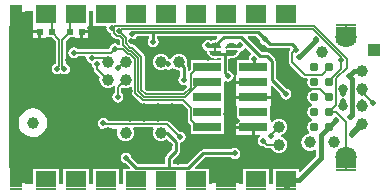
<source format=gbl>
G04 Layer_Physical_Order=2*
G04 Layer_Color=16711680*
%FSLAX24Y24*%
%MOIN*%
G70*
G01*
G75*
%ADD10C,0.0079*%
%ADD11C,0.0080*%
%ADD15C,0.0060*%
%ADD23R,0.0394X0.0394*%
%ADD34C,0.0394*%
%ADD35C,0.0709*%
%ADD36R,0.0236X0.0197*%
%ADD38C,0.0079*%
%ADD39C,0.0098*%
%ADD40C,0.0100*%
%ADD42C,0.0050*%
%ADD44C,0.0150*%
%ADD45C,0.0057*%
%ADD46C,0.0200*%
%ADD47R,0.0560X0.0570*%
%ADD48R,0.0990X0.0552*%
%ADD49R,0.0709X0.0531*%
%ADD50R,0.0440X0.0531*%
%ADD51C,0.0390*%
%ADD52R,0.0440X0.0098*%
%ADD53R,0.0709X0.0098*%
%ADD54R,0.0709X0.0571*%
%ADD55C,0.0197*%
%ADD56C,0.0310*%
%ADD57R,0.0945X0.0299*%
%ADD58C,0.0315*%
%ADD59R,0.0770X0.0570*%
G36*
X9516Y1805D02*
X9555Y1782D01*
X9578Y1761D01*
X9607Y1732D01*
X9624Y1707D01*
X9639Y1660D01*
X9610Y1630D01*
X9271Y1630D01*
X9250Y1642D01*
X9243Y1662D01*
X9255Y1702D01*
X9278Y1738D01*
X9310Y1771D01*
X9364Y1804D01*
X9392Y1814D01*
X9479Y1816D01*
X9516Y1805D01*
D02*
G37*
G36*
X8976Y1815D02*
X9015Y1792D01*
X9038Y1771D01*
X9067Y1742D01*
X9084Y1717D01*
X9099Y1670D01*
X9070Y1640D01*
X8731Y1640D01*
X8710Y1652D01*
X8703Y1672D01*
X8715Y1712D01*
X8738Y1748D01*
X8770Y1781D01*
X8824Y1814D01*
X8852Y1824D01*
X8939Y1826D01*
X8976Y1815D01*
D02*
G37*
G36*
X9090Y1548D02*
X9097Y1528D01*
X9085Y1488D01*
X9062Y1452D01*
X9030Y1419D01*
X8976Y1386D01*
X8948Y1376D01*
X8861Y1374D01*
X8824Y1385D01*
X8785Y1408D01*
X8762Y1429D01*
X8733Y1458D01*
X8716Y1483D01*
X8701Y1530D01*
X8730Y1560D01*
X9069Y1560D01*
X9090Y1548D01*
D02*
G37*
G36*
X9609Y1570D02*
X9630Y1558D01*
X9637Y1538D01*
X9625Y1498D01*
X9602Y1462D01*
X9570Y1429D01*
X9516Y1396D01*
X9488Y1386D01*
X9401Y1384D01*
X9364Y1395D01*
X9325Y1418D01*
X9302Y1439D01*
X9273Y1468D01*
X9256Y1493D01*
X9241Y1540D01*
X9270Y1570D01*
X9609Y1570D01*
D02*
G37*
G36*
X8971Y1991D02*
X8893Y1913D01*
X8826Y1904D01*
X8756Y1876D01*
X8755Y1875D01*
X8720Y1898D01*
X8650Y1912D01*
X8580Y1898D01*
X8521Y1859D01*
X8482Y1800D01*
X8468Y1730D01*
X8482Y1660D01*
X8521Y1601D01*
X8580Y1562D01*
X8623Y1553D01*
X8618Y1530D01*
X8624Y1502D01*
X8622Y1502D01*
X8622Y1499D01*
X8631Y1477D01*
X8639Y1458D01*
X8640Y1456D01*
X8641Y1454D01*
X8651Y1430D01*
X8697Y1370D01*
X8756Y1324D01*
X8826Y1296D01*
X8900Y1286D01*
X8974Y1296D01*
X9026Y1317D01*
X9072D01*
Y1230D01*
X8080D01*
Y914D01*
X8031Y866D01*
X7981Y887D01*
Y1000D01*
X7971Y1051D01*
X7943Y1094D01*
X7941Y1095D01*
X7947Y1109D01*
X7956Y1181D01*
X7947Y1253D01*
X7919Y1321D01*
X7875Y1379D01*
X7817Y1423D01*
X7749Y1451D01*
X7677Y1460D01*
X7605Y1451D01*
X7538Y1423D01*
X7480Y1379D01*
X7435Y1321D01*
X7415Y1271D01*
X7405Y1268D01*
X7346Y1280D01*
X7328Y1321D01*
X7284Y1379D01*
X7226Y1423D01*
X7159Y1451D01*
X7087Y1460D01*
X7014Y1451D01*
X6947Y1423D01*
X6889Y1379D01*
X6845Y1321D01*
X6817Y1253D01*
X6807Y1181D01*
X6817Y1109D01*
X6845Y1041D01*
X6889Y984D01*
X6947Y939D01*
X7014Y911D01*
X7087Y902D01*
X7159Y911D01*
X7226Y939D01*
X7239Y949D01*
X7266Y932D01*
X7335Y918D01*
X7405Y932D01*
X7464Y971D01*
X7515Y957D01*
X7538Y939D01*
X7605Y911D01*
X7677Y902D01*
X7680Y902D01*
X7718Y869D01*
Y709D01*
X7682Y655D01*
X7668Y585D01*
X7682Y516D01*
X7721Y457D01*
X7780Y417D01*
X7850Y404D01*
X7912Y416D01*
X7936Y405D01*
X7962Y387D01*
X7965Y358D01*
X7814Y207D01*
X6619D01*
X6543Y282D01*
Y1359D01*
X6535Y1400D01*
X6512Y1435D01*
X6211Y1736D01*
X6176Y1759D01*
X6135Y1767D01*
X6114D01*
X6034Y1848D01*
Y1918D01*
X6084Y1948D01*
X6135Y1938D01*
X6205Y1952D01*
X6264Y1991D01*
X6295Y2038D01*
X6698D01*
Y1974D01*
X6662Y1920D01*
X6648Y1850D01*
X6662Y1780D01*
X6701Y1721D01*
X6760Y1682D01*
X6830Y1668D01*
X6900Y1682D01*
X6959Y1721D01*
X6998Y1780D01*
X7012Y1850D01*
X6998Y1920D01*
X6962Y1974D01*
Y2038D01*
X8952D01*
X8971Y1991D01*
D02*
G37*
G36*
X4816Y2388D02*
X5242D01*
X5274Y2350D01*
X5268Y2320D01*
X5282Y2250D01*
X5321Y2191D01*
X5380Y2152D01*
X5405Y2147D01*
X5413Y2107D01*
X5436Y2072D01*
X5537Y1971D01*
X5537Y1971D01*
X5572Y1948D01*
X5613Y1940D01*
X5673D01*
X5720Y1893D01*
Y1770D01*
X5699Y1757D01*
X5671Y1751D01*
X5615Y1788D01*
X5545Y1802D01*
X5475Y1788D01*
X5416Y1749D01*
X5377Y1690D01*
X5363Y1620D01*
X5344Y1597D01*
X4323D01*
X4309Y1619D01*
X4250Y1658D01*
X4180Y1672D01*
X4110Y1658D01*
X4051Y1619D01*
X4012Y1560D01*
X3998Y1490D01*
X4012Y1420D01*
X4051Y1361D01*
X4110Y1322D01*
X4180Y1308D01*
X4250Y1322D01*
X4309Y1361D01*
X4323Y1383D01*
X4562D01*
X4603Y1333D01*
X4598Y1307D01*
X4612Y1238D01*
X4651Y1179D01*
X4710Y1139D01*
X4780Y1125D01*
X4782Y1126D01*
X4788Y1120D01*
X4802Y1050D01*
X4841Y991D01*
X4863Y977D01*
Y936D01*
X4871Y895D01*
X4894Y860D01*
X5059Y695D01*
X5045Y663D01*
X5036Y591D01*
X5045Y518D01*
X5073Y451D01*
X5118Y393D01*
X5175Y349D01*
X5243Y321D01*
X5315Y311D01*
X5387Y321D01*
X5455Y349D01*
X5502Y385D01*
X5540Y368D01*
X5548Y360D01*
X5543Y335D01*
Y148D01*
X5522Y134D01*
X5482Y75D01*
X5468Y5D01*
X5482Y-65D01*
X5522Y-124D01*
X5581Y-163D01*
X5650Y-177D01*
X5720Y-163D01*
X5779Y-124D01*
X5818Y-65D01*
X5832Y5D01*
X5818Y75D01*
X5779Y134D01*
X5757Y148D01*
Y291D01*
X5801Y334D01*
X5833Y321D01*
X5906Y311D01*
X5978Y321D01*
X6045Y349D01*
X6079Y375D01*
X6129Y350D01*
Y155D01*
X6137Y114D01*
X6161Y79D01*
X6416Y-176D01*
X6416Y-176D01*
X6450Y-199D01*
X6491Y-207D01*
X6491Y-207D01*
X7781D01*
X7978Y-404D01*
Y-765D01*
X7986Y-806D01*
X8009Y-841D01*
X8080Y-911D01*
Y-1230D01*
X9185D01*
Y-780D01*
X9185Y-770D01*
X9185D01*
Y-730D01*
X9185D01*
Y-280D01*
X9185Y-270D01*
X9185D01*
Y-230D01*
X9185D01*
Y230D01*
X9185Y230D01*
Y270D01*
X9185D01*
X9185Y280D01*
Y522D01*
X9235Y549D01*
X9260Y532D01*
X9330Y518D01*
X9400Y532D01*
X9459Y571D01*
X9498Y630D01*
X9512Y700D01*
X9498Y770D01*
X9459Y829D01*
X9400Y868D01*
X9337Y880D01*
Y1263D01*
X9344Y1273D01*
X9387Y1303D01*
X9440Y1296D01*
X9472Y1300D01*
X9475Y1300D01*
X9486Y1302D01*
X9514Y1306D01*
X9584Y1334D01*
X9643Y1380D01*
X9689Y1440D01*
X9718Y1509D01*
X9718Y1512D01*
X9741Y1552D01*
X9790Y1562D01*
X9849Y1601D01*
X9877Y1644D01*
X9934Y1657D01*
X10096Y1495D01*
X10090Y1431D01*
X10071Y1419D01*
X10032Y1360D01*
X10018Y1290D01*
X10022Y1268D01*
X9991Y1230D01*
X9615D01*
Y791D01*
X9595Y750D01*
X9595D01*
X9595Y750D01*
Y550D01*
X10168D01*
Y450D01*
X9595D01*
Y300D01*
X9595Y250D01*
X9595Y200D01*
Y50D01*
X10168D01*
X10740D01*
Y200D01*
X10740Y250D01*
X10740Y300D01*
Y377D01*
X10786Y396D01*
X11069Y114D01*
X11068Y110D01*
X11082Y40D01*
X11121Y-19D01*
X11180Y-58D01*
X11250Y-72D01*
X11320Y-58D01*
X11379Y-19D01*
X11418Y40D01*
X11432Y110D01*
X11418Y180D01*
X11379Y239D01*
X11320Y278D01*
X11269Y288D01*
X10913Y645D01*
Y1210D01*
X10902Y1261D01*
X10874Y1304D01*
X10704Y1474D01*
X10661Y1502D01*
X10610Y1513D01*
X10454D01*
X9975Y1991D01*
X9994Y2038D01*
X10266D01*
X10379Y1925D01*
X10392Y1860D01*
X10431Y1801D01*
X10490Y1762D01*
X10555Y1749D01*
X10617Y1687D01*
X10660Y1658D01*
X10710Y1648D01*
X11375D01*
X11395Y1598D01*
X11373Y1577D01*
X11347Y1537D01*
X11338Y1490D01*
Y1180D01*
X11347Y1133D01*
X11373Y1093D01*
X11798Y668D01*
X11838Y642D01*
X11885Y633D01*
X11950D01*
X11977Y583D01*
X11960Y500D01*
X11979Y408D01*
X12031Y331D01*
X12108Y279D01*
X12124Y275D01*
Y225D01*
X12108Y221D01*
X12031Y169D01*
X11979Y92D01*
X11960Y0D01*
X11979Y-92D01*
X12031Y-169D01*
X12108Y-221D01*
X12124Y-225D01*
Y-275D01*
X12108Y-279D01*
X12031Y-331D01*
X11979Y-408D01*
X11960Y-500D01*
X11979Y-592D01*
X12031Y-669D01*
X12108Y-721D01*
X12124Y-725D01*
Y-775D01*
X12108Y-779D01*
X12031Y-831D01*
X11979Y-908D01*
X11960Y-1000D01*
X11979Y-1092D01*
X12028Y-1165D01*
X12023Y-1189D01*
X12012Y-1217D01*
X11976Y-1222D01*
X11906Y-1251D01*
X11847Y-1297D01*
X11801Y-1356D01*
X11772Y-1426D01*
X11763Y-1500D01*
X11772Y-1574D01*
X11801Y-1644D01*
X11847Y-1703D01*
X11906Y-1749D01*
X11976Y-1778D01*
X12050Y-1787D01*
X12124Y-1778D01*
X12194Y-1749D01*
X12212Y-1735D01*
X12262Y-1760D01*
Y-1965D01*
X11731Y-2496D01*
X11684Y-2477D01*
Y-2388D01*
X10816D01*
Y-2872D01*
X10684D01*
Y-2388D01*
X9816D01*
Y-2872D01*
X9704D01*
Y-2784D01*
X8796D01*
Y-2872D01*
X8684D01*
Y-2388D01*
X8235D01*
X8216Y-2342D01*
X8555Y-2003D01*
X9427D01*
X9480Y-2038D01*
X9550Y-2052D01*
X9620Y-2038D01*
X9679Y-1999D01*
X9718Y-1940D01*
X9732Y-1870D01*
X9718Y-1800D01*
X9679Y-1741D01*
X9620Y-1702D01*
X9550Y-1688D01*
X9480Y-1702D01*
X9427Y-1737D01*
X8501D01*
X8450Y-1748D01*
X8407Y-1776D01*
X7947Y-2236D01*
X7503D01*
Y-2071D01*
X7694Y-1880D01*
X7722Y-1837D01*
X7733Y-1786D01*
Y-1505D01*
X7798Y-1492D01*
X7857Y-1453D01*
X7897Y-1394D01*
X7911Y-1324D01*
X7897Y-1254D01*
X7857Y-1195D01*
X7798Y-1156D01*
X7729Y-1142D01*
X7707Y-1146D01*
X7369Y-807D01*
X7333Y-783D01*
X7290Y-775D01*
X5325D01*
X5299Y-736D01*
X5240Y-697D01*
X5170Y-683D01*
X5100Y-697D01*
X5041Y-736D01*
X5002Y-795D01*
X4988Y-865D01*
X5002Y-934D01*
X5041Y-993D01*
X5050Y-999D01*
X5056Y-1031D01*
X5026Y-1104D01*
X5022Y-1131D01*
X5315D01*
Y-1181D01*
X5365D01*
Y-1474D01*
X5392Y-1470D01*
X5465Y-1440D01*
X5527Y-1393D01*
X5574Y-1331D01*
X5594Y-1283D01*
X5648Y-1283D01*
X5664Y-1321D01*
X5708Y-1379D01*
X5766Y-1423D01*
X5833Y-1451D01*
X5906Y-1460D01*
X5978Y-1451D01*
X6045Y-1423D01*
X6103Y-1379D01*
X6147Y-1321D01*
X6175Y-1253D01*
X6185Y-1181D01*
X6175Y-1109D01*
X6149Y-1046D01*
X6156Y-1027D01*
X6176Y-996D01*
X6823D01*
X6829Y-1009D01*
X6843Y-1046D01*
X6817Y-1109D01*
X6807Y-1181D01*
X6817Y-1253D01*
X6845Y-1321D01*
X6889Y-1379D01*
X6947Y-1423D01*
X7014Y-1451D01*
X7087Y-1460D01*
X7159Y-1451D01*
X7226Y-1423D01*
X7284Y-1379D01*
X7291Y-1378D01*
X7467Y-1555D01*
Y-1731D01*
X7276Y-1922D01*
X7248Y-1965D01*
X7237Y-2016D01*
Y-2236D01*
X6323D01*
X6101Y-2013D01*
X6088Y-1950D01*
X6049Y-1891D01*
X5990Y-1852D01*
X5920Y-1838D01*
X5850Y-1852D01*
X5791Y-1891D01*
X5752Y-1950D01*
X5738Y-2020D01*
X5752Y-2090D01*
X5791Y-2149D01*
X5850Y-2188D01*
X5913Y-2201D01*
X6055Y-2342D01*
X6036Y-2388D01*
X5816D01*
Y-2872D01*
X5684D01*
Y-2388D01*
X4816D01*
Y-2872D01*
X4684D01*
Y-2388D01*
X3816D01*
Y-2872D01*
X3684D01*
Y-2388D01*
X2816D01*
Y-2872D01*
X2570D01*
Y-2784D01*
X2250D01*
Y-2734D01*
X2200D01*
Y-2368D01*
X2030D01*
Y2368D01*
X2200D01*
Y2734D01*
X2250D01*
Y2784D01*
X2570D01*
Y2870D01*
X2816D01*
Y2388D01*
X2835Y2388D01*
Y2240D01*
X3053D01*
Y2190D01*
X3103D01*
Y1992D01*
X3271D01*
Y2012D01*
X3454D01*
X3593Y1873D01*
Y1127D01*
X3550Y1118D01*
X3491Y1079D01*
X3452Y1020D01*
X3438Y950D01*
X3452Y880D01*
X3491Y821D01*
X3550Y782D01*
X3620Y768D01*
X3690Y782D01*
X3745Y819D01*
X3800Y782D01*
X3870Y768D01*
X3940Y782D01*
X3999Y821D01*
X4038Y880D01*
X4052Y950D01*
X4038Y1020D01*
X3999Y1079D01*
X3940Y1118D01*
X3907Y1125D01*
Y1873D01*
X4046Y2012D01*
X4229D01*
Y1992D01*
X4397D01*
Y2190D01*
X4447D01*
Y2240D01*
X4665D01*
Y2388D01*
X4684Y2388D01*
Y2870D01*
X4816D01*
Y2388D01*
D02*
G37*
%LPC*%
G36*
X10740Y-50D02*
X10168D01*
X9595D01*
X9595Y-250D01*
X9615Y-291D01*
X9615Y-300D01*
X9615Y-709D01*
X9595Y-750D01*
X9595Y-771D01*
Y-950D01*
X10168D01*
Y-1000D01*
X10218D01*
Y-1250D01*
X10374D01*
X10389Y-1300D01*
X10371Y-1311D01*
X10332Y-1370D01*
X10318Y-1440D01*
X10332Y-1510D01*
X10371Y-1569D01*
X10430Y-1608D01*
X10500Y-1622D01*
X10525Y-1617D01*
X10559Y-1650D01*
X10594Y-1674D01*
X10635Y-1682D01*
X10768D01*
X10782Y-1714D01*
X10826Y-1772D01*
X10884Y-1817D01*
X10951Y-1845D01*
X11024Y-1854D01*
X11096Y-1845D01*
X11163Y-1817D01*
X11221Y-1772D01*
X11265Y-1714D01*
X11293Y-1647D01*
X11303Y-1575D01*
X11293Y-1503D01*
X11265Y-1435D01*
X11221Y-1377D01*
X11163Y-1333D01*
X11096Y-1305D01*
X11093Y-1305D01*
Y-1254D01*
X11096Y-1254D01*
X11163Y-1226D01*
X11221Y-1182D01*
X11265Y-1124D01*
X11293Y-1057D01*
X11303Y-984D01*
X11293Y-912D01*
X11265Y-845D01*
X11221Y-787D01*
X11163Y-742D01*
X11096Y-715D01*
X11024Y-705D01*
X10951Y-715D01*
X10884Y-742D01*
X10826Y-787D01*
X10790Y-834D01*
X10742Y-822D01*
X10740Y-821D01*
X10740Y-750D01*
X10720Y-709D01*
X10720Y-700D01*
X10720Y-291D01*
X10740Y-250D01*
X10740Y-229D01*
Y-50D01*
D02*
G37*
G36*
X5265Y-1231D02*
X5022D01*
X5026Y-1259D01*
X5056Y-1331D01*
X5103Y-1393D01*
X5165Y-1440D01*
X5237Y-1470D01*
X5265Y-1474D01*
Y-1231D01*
D02*
G37*
G36*
X9704Y-2368D02*
X9300D01*
Y-2684D01*
X9704D01*
Y-2368D01*
D02*
G37*
G36*
X2570D02*
X2300D01*
Y-2684D01*
X2570D01*
Y-2368D01*
D02*
G37*
G36*
X9200D02*
X8796D01*
Y-2684D01*
X9200D01*
Y-2368D01*
D02*
G37*
G36*
X4665Y2140D02*
X4497D01*
Y1992D01*
X4665D01*
Y2140D01*
D02*
G37*
G36*
X3003Y2140D02*
X2835D01*
Y1992D01*
X3003D01*
Y2140D01*
D02*
G37*
G36*
X2570Y2684D02*
X2300D01*
Y2368D01*
X2570D01*
Y2684D01*
D02*
G37*
G36*
X2820Y-370D02*
X2696Y-387D01*
X2580Y-435D01*
X2481Y-511D01*
X2404Y-610D01*
X2357Y-726D01*
X2340Y-850D01*
X2357Y-974D01*
X2404Y-1090D01*
X2481Y-1189D01*
X2580Y-1266D01*
X2696Y-1313D01*
X2820Y-1330D01*
X2944Y-1313D01*
X3060Y-1266D01*
X3159Y-1189D01*
X3235Y-1090D01*
X3283Y-974D01*
X3300Y-850D01*
X3283Y-726D01*
X3235Y-610D01*
X3159Y-511D01*
X3060Y-435D01*
X2944Y-387D01*
X2820Y-370D01*
D02*
G37*
G36*
X10118Y-1050D02*
X9595D01*
Y-1250D01*
X10118D01*
Y-1050D01*
D02*
G37*
%LPD*%
D10*
X14160Y-200D02*
X14190D01*
X13810Y150D02*
X14160Y-200D01*
D11*
X11460Y1490D02*
X11600Y1630D01*
X8900Y1467D02*
Y1733D01*
X11885Y755D02*
X12455D01*
X12700Y1000D01*
X11460Y1180D02*
Y1490D01*
Y1180D02*
X11885Y755D01*
D15*
X9327Y1449D02*
G03*
X9475Y1412I113J134D01*
G01*
X9270Y1540D02*
G03*
X9327Y1449I170J44D01*
G01*
X9579Y1723D02*
G03*
X9270Y1660I-139J-106D01*
G01*
X9610D02*
G03*
X9579Y1723I-170J-44D01*
G01*
X9475Y1412D02*
G03*
X9610Y1540I-35J172D01*
G01*
X8730Y1530D02*
G03*
X9069Y1530I170J44D01*
G01*
Y1670D02*
G03*
X8730Y1670I-170J-44D01*
G01*
D23*
X14173Y1575D02*
D03*
D34*
X13780Y886D02*
D03*
X5315Y-1181D02*
D03*
X7087Y1181D02*
D03*
X11024Y-984D02*
D03*
X2820Y-850D02*
D03*
X11024Y-1575D02*
D03*
X13780Y295D02*
D03*
Y-295D02*
D03*
Y-886D02*
D03*
X7087Y-1181D02*
D03*
X5315Y591D02*
D03*
Y1181D02*
D03*
X5906D02*
D03*
Y591D02*
D03*
Y-1181D02*
D03*
X7677Y1181D02*
D03*
D35*
X13250Y-2000D02*
D03*
Y2000D02*
D03*
D36*
X3447Y2190D02*
D03*
X3053D02*
D03*
X4447D02*
D03*
X4053D02*
D03*
D38*
X9440Y1723D02*
D03*
Y1477D02*
D03*
X8900Y1733D02*
D03*
Y1467D02*
D03*
D39*
X10560Y1930D02*
X10710Y1780D01*
X11450D01*
X11600Y1630D01*
X6840Y2169D02*
X10321D01*
X10560Y1930D01*
X6830Y2159D02*
X6840Y2169D01*
X6830Y1850D02*
Y2159D01*
X7850Y585D02*
Y1000D01*
X7750Y1100D02*
X7850Y1000D01*
X7335Y1100D02*
X7335Y1100D01*
X6135Y2120D02*
X6184Y2169D01*
X6840D01*
D40*
X10780Y590D02*
X11250Y120D01*
X9759Y2020D02*
X10399Y1380D01*
X8900Y1733D02*
X9187Y2020D01*
X11250Y110D02*
Y120D01*
X10780Y590D02*
Y1210D01*
X10610Y1380D02*
X10780Y1210D01*
X10399Y1380D02*
X10610D01*
X9187Y2020D02*
X9759D01*
X8630Y1733D02*
X8638Y1742D01*
X8650Y1730D02*
X8897D01*
X8900Y1733D01*
Y1449D02*
X9198D01*
X9327D02*
X9412D01*
X9198D02*
X9327D01*
X9412D02*
X9440Y1477D01*
X9460Y1723D02*
X9713D01*
X9720Y1730D01*
X9205Y825D02*
Y1442D01*
X9198Y1449D02*
X9205Y1442D01*
Y825D02*
X9330Y700D01*
X6269Y-2368D02*
X7370D01*
X5920Y-2020D02*
X6269Y-2368D01*
X7370D02*
X8002D01*
X7370D02*
Y-2016D01*
X7600Y-1786D01*
Y-1500D01*
X7281Y-1181D02*
X7600Y-1500D01*
X7087Y-1181D02*
X7281D01*
X8501Y-1870D02*
X9550D01*
X10200Y1102D02*
Y1290D01*
X8002Y-2368D02*
X8501Y-1870D01*
X10098Y1000D02*
X10200Y1102D01*
D42*
X10500Y-1440D02*
X10635Y-1575D01*
X11024D01*
X10740Y-1268D02*
X11024Y-984D01*
X10740Y-1280D02*
Y-1268D01*
X5759Y2294D02*
X12145D01*
X5685Y2220D02*
X5759Y2294D01*
X5512Y2148D02*
Y2258D01*
X5450Y2320D02*
X5512Y2258D01*
Y2148D02*
X5613Y2047D01*
X5523Y2394D02*
X12186D01*
X5450Y2320D02*
X5523Y2394D01*
X6053Y1460D02*
X6236Y1276D01*
X6336Y196D02*
Y1318D01*
X5650Y5D02*
Y335D01*
X5906Y591D01*
X5777Y1100D02*
X6050D01*
X5652Y975D02*
X5777Y1100D01*
X4053Y2803D02*
X4250Y3000D01*
X4053Y2170D02*
Y2803D01*
X3800Y1917D02*
X4053Y2170D01*
X3800Y1020D02*
Y1917D01*
X3447Y2170D02*
Y2803D01*
X3250Y3000D02*
X3447Y2803D01*
Y2170D02*
X3700Y1917D01*
Y1030D02*
Y1917D01*
X6574Y100D02*
X7859D01*
X6436Y238D02*
X6574Y100D01*
X6436Y238D02*
Y1359D01*
X6336Y196D02*
X6533Y0D01*
X6236Y155D02*
Y1276D01*
Y155D02*
X6491Y-100D01*
X6533Y0D02*
X7900D01*
X6491Y-100D02*
X7825D01*
X13090Y1230D02*
Y1349D01*
X12145Y2294D02*
X13090Y1349D01*
Y944D02*
Y1230D01*
X12186Y2394D02*
X13285Y1295D01*
Y995D02*
Y1295D01*
X13250Y2220D02*
Y2366D01*
X8085Y-765D02*
Y-360D01*
Y-765D02*
X8320Y-1000D01*
X8632D01*
X8400Y500D02*
X8632D01*
X8085Y326D02*
Y768D01*
X8317Y1000D01*
X8590D01*
X3800Y1020D02*
X3870Y950D01*
X3620D02*
X3700Y1030D01*
X7859Y100D02*
X8085Y326D01*
X7900Y0D02*
X8400Y500D01*
X7825Y-100D02*
X8085Y-360D01*
X4970Y936D02*
X5315Y591D01*
X4970Y936D02*
Y1120D01*
X5189Y1307D02*
X5315Y1181D01*
X4780Y1307D02*
X5189D01*
X6135Y1660D02*
X6436Y1359D01*
X6070Y1660D02*
X6135D01*
X5927Y1803D02*
X6070Y1660D01*
X5685Y2220D02*
X5927Y1978D01*
Y1803D02*
Y1978D01*
X5613Y2047D02*
X5717D01*
X5827Y1937D01*
Y1762D02*
Y1937D01*
Y1762D02*
X6028Y1560D01*
X6094D02*
X6135Y1520D01*
X6028Y1560D02*
X6094D01*
X6135Y1520D02*
X6336Y1318D01*
X5545Y1620D02*
X5827D01*
X5987Y1460D01*
X6053D01*
X4180Y1490D02*
X5415D01*
X5545Y1620D01*
X12930Y640D02*
X13285Y995D01*
X13250Y-2366D02*
Y-2189D01*
Y-2000D01*
X12700Y-500D02*
X12930D01*
X13250Y-820D01*
Y-2000D02*
Y-820D01*
X12650Y504D02*
X13090Y944D01*
X12700Y-500D02*
X12930Y-270D01*
Y640D01*
D44*
X13516Y886D02*
X13780D01*
X13350Y720D02*
X13516Y886D01*
X12250Y1900D02*
Y1930D01*
X11690Y-2760D02*
X12420Y-2030D01*
X11250Y-3000D02*
X11490Y-2760D01*
X11690D01*
X11700Y1350D02*
X12250Y1900D01*
X12420Y-1261D02*
X12933Y-748D01*
X12420Y-2030D02*
Y-1261D01*
X13350Y720D02*
X13455Y615D01*
Y-581D02*
Y615D01*
X13386Y-650D02*
X13455Y-581D01*
D45*
X7290Y-886D02*
X7729Y-1324D01*
X5181Y-886D02*
X7290D01*
X5170Y-875D02*
X5181Y-886D01*
X11926Y266D02*
X12387D01*
X12650Y4D01*
X11630Y-30D02*
X11926Y266D01*
D46*
X13440Y-1240D02*
Y-1225D01*
X13780Y-886D01*
D47*
X2310Y2585D02*
D03*
Y-2585D02*
D03*
D48*
X9255Y-2596D02*
D03*
D49*
X9250Y-2734D02*
D03*
X11250D02*
D03*
X3250Y2734D02*
D03*
X4250D02*
D03*
X7250D02*
D03*
X6250D02*
D03*
X5250D02*
D03*
X3250Y-2734D02*
D03*
X4250D02*
D03*
X5250D02*
D03*
X6250D02*
D03*
X7250D02*
D03*
X8250D02*
D03*
X10250D02*
D03*
X11250Y2734D02*
D03*
X10250D02*
D03*
X8250D02*
D03*
X9250D02*
D03*
D50*
X2250Y-2734D02*
D03*
Y2734D02*
D03*
D51*
X12050Y-1500D02*
D03*
X12850D02*
D03*
X12450Y1500D02*
D03*
D52*
X2250Y3050D02*
D03*
Y-3050D02*
D03*
D53*
X3250D02*
D03*
X4250D02*
D03*
X5250D02*
D03*
X6250D02*
D03*
X7250D02*
D03*
X8250D02*
D03*
X9250D02*
D03*
X10250D02*
D03*
X11250D02*
D03*
X13250Y-2416D02*
D03*
Y2416D02*
D03*
X11250Y3050D02*
D03*
X10250D02*
D03*
X9250D02*
D03*
X8250D02*
D03*
X7250D02*
D03*
X6250D02*
D03*
X5250D02*
D03*
X4250D02*
D03*
X3250D02*
D03*
D54*
X13250Y-2081D02*
D03*
Y2081D02*
D03*
D55*
X10340Y1740D02*
D03*
X10560Y1930D02*
D03*
X13169Y128D02*
D03*
Y-128D02*
D03*
X8650Y1730D02*
D03*
X8670Y1300D02*
D03*
X9720Y1730D02*
D03*
X9330Y700D02*
D03*
X6041Y200D02*
D03*
X6650Y709D02*
D03*
X6986D02*
D03*
X7459D02*
D03*
X6650Y300D02*
D03*
X6986D02*
D03*
X7459D02*
D03*
X6041Y-300D02*
D03*
X6514D02*
D03*
X6986D02*
D03*
X7459D02*
D03*
X6041Y-709D02*
D03*
X6514Y-709D02*
D03*
X6986D02*
D03*
X7459D02*
D03*
X3630Y-2110D02*
D03*
X10500Y-1440D02*
D03*
X4000Y1240D02*
D03*
X3110Y1390D02*
D03*
X3130Y870D02*
D03*
X10740Y-1280D02*
D03*
X2180Y-1430D02*
D03*
X5920Y-2020D02*
D03*
X7390Y-1590D02*
D03*
X12250Y1930D02*
D03*
X5650Y5D02*
D03*
X4090Y-1250D02*
D03*
X4080Y-2080D02*
D03*
X3330Y-1400D02*
D03*
X2700Y-2800D02*
D03*
X2650Y-2290D02*
D03*
X2700Y-1400D02*
D03*
Y-200D02*
D03*
Y1200D02*
D03*
X2650Y2760D02*
D03*
X3420Y-500D02*
D03*
X13090Y1230D02*
D03*
X7160Y1950D02*
D03*
X4030Y-760D02*
D03*
X9760Y-2260D02*
D03*
X10210Y-1860D02*
D03*
X11290Y-2090D02*
D03*
X11910Y-2160D02*
D03*
X10640Y-1920D02*
D03*
X11250Y430D02*
D03*
X11600Y1590D02*
D03*
X11680Y-1320D02*
D03*
X11120Y-560D02*
D03*
X9870Y1470D02*
D03*
X6830Y1850D02*
D03*
X5632Y-1855D02*
D03*
X6470Y-1880D02*
D03*
X6100Y1875D02*
D03*
X9260Y-544D02*
D03*
X4472Y-1145D02*
D03*
X11700Y1350D02*
D03*
X13350Y720D02*
D03*
X11630Y-30D02*
D03*
X7729Y-1324D02*
D03*
X5170Y-865D02*
D03*
X4170Y70D02*
D03*
X4180Y495D02*
D03*
X5685Y2220D02*
D03*
X4290Y1080D02*
D03*
X5450Y2320D02*
D03*
X3620Y950D02*
D03*
X3870D02*
D03*
X4190Y1830D02*
D03*
X4730Y2320D02*
D03*
X2130Y780D02*
D03*
X2140Y2350D02*
D03*
Y-2210D02*
D03*
Y-380D02*
D03*
X9540Y-1590D02*
D03*
X9610Y-800D02*
D03*
X9550Y-1870D02*
D03*
X8670Y-2250D02*
D03*
X9180Y-2100D02*
D03*
X11250Y110D02*
D03*
X11230Y720D02*
D03*
X10200Y1290D02*
D03*
X8140Y1330D02*
D03*
X7660Y-2170D02*
D03*
X7335Y1100D02*
D03*
X7850Y585D02*
D03*
X5968Y-1100D02*
D03*
X5652Y975D02*
D03*
X5330Y-2050D02*
D03*
X4480Y-890D02*
D03*
X4660Y870D02*
D03*
X4970Y1120D02*
D03*
X4180Y1490D02*
D03*
X4780Y1307D02*
D03*
X5090Y1875D02*
D03*
X6135Y2120D02*
D03*
X5545Y1620D02*
D03*
X13780Y-150D02*
D03*
X14150Y-200D02*
D03*
X13780Y150D02*
D03*
X13440Y-1240D02*
D03*
X12933Y-748D02*
D03*
X13386Y-650D02*
D03*
D56*
X12200Y-1000D02*
D03*
Y-500D02*
D03*
Y500D02*
D03*
Y0D02*
D03*
Y1000D02*
D03*
X12700Y-1000D02*
D03*
Y-500D02*
D03*
Y0D02*
D03*
Y500D02*
D03*
Y1000D02*
D03*
D57*
X10168Y-1000D02*
D03*
Y-500D02*
D03*
Y0D02*
D03*
Y500D02*
D03*
Y1000D02*
D03*
X8632Y-1000D02*
D03*
Y-500D02*
D03*
Y0D02*
D03*
Y500D02*
D03*
Y1000D02*
D03*
D58*
X13169Y295D02*
D03*
Y-295D02*
D03*
D59*
X5265Y-1305D02*
D03*
M02*

</source>
